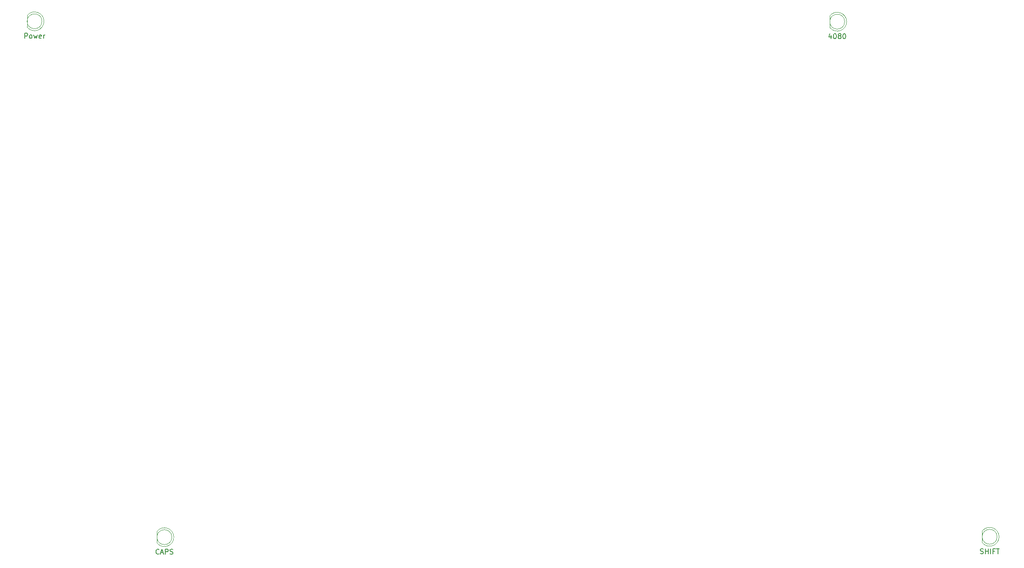
<source format=gbr>
G04 #@! TF.GenerationSoftware,KiCad,Pcbnew,7.0.1*
G04 #@! TF.CreationDate,2024-09-27T18:45:23-05:00*
G04 #@! TF.ProjectId,C128DKEYBOARD,43313238-444b-4455-9942-4f4152442e6b,3.3*
G04 #@! TF.SameCoordinates,Original*
G04 #@! TF.FileFunction,AssemblyDrawing,Top*
%FSLAX46Y46*%
G04 Gerber Fmt 4.6, Leading zero omitted, Abs format (unit mm)*
G04 Created by KiCad (PCBNEW 7.0.1) date 2024-09-27 18:45:23*
%MOMM*%
%LPD*%
G01*
G04 APERTURE LIST*
%ADD10C,0.150000*%
%ADD11C,0.100000*%
G04 APERTURE END LIST*
D10*
X89496561Y-245973580D02*
X89448942Y-246021200D01*
X89448942Y-246021200D02*
X89306085Y-246068819D01*
X89306085Y-246068819D02*
X89210847Y-246068819D01*
X89210847Y-246068819D02*
X89067990Y-246021200D01*
X89067990Y-246021200D02*
X88972752Y-245925961D01*
X88972752Y-245925961D02*
X88925133Y-245830723D01*
X88925133Y-245830723D02*
X88877514Y-245640247D01*
X88877514Y-245640247D02*
X88877514Y-245497390D01*
X88877514Y-245497390D02*
X88925133Y-245306914D01*
X88925133Y-245306914D02*
X88972752Y-245211676D01*
X88972752Y-245211676D02*
X89067990Y-245116438D01*
X89067990Y-245116438D02*
X89210847Y-245068819D01*
X89210847Y-245068819D02*
X89306085Y-245068819D01*
X89306085Y-245068819D02*
X89448942Y-245116438D01*
X89448942Y-245116438D02*
X89496561Y-245164057D01*
X89877514Y-245783104D02*
X90353704Y-245783104D01*
X89782276Y-246068819D02*
X90115609Y-245068819D01*
X90115609Y-245068819D02*
X90448942Y-246068819D01*
X90782276Y-246068819D02*
X90782276Y-245068819D01*
X90782276Y-245068819D02*
X91163228Y-245068819D01*
X91163228Y-245068819D02*
X91258466Y-245116438D01*
X91258466Y-245116438D02*
X91306085Y-245164057D01*
X91306085Y-245164057D02*
X91353704Y-245259295D01*
X91353704Y-245259295D02*
X91353704Y-245402152D01*
X91353704Y-245402152D02*
X91306085Y-245497390D01*
X91306085Y-245497390D02*
X91258466Y-245545009D01*
X91258466Y-245545009D02*
X91163228Y-245592628D01*
X91163228Y-245592628D02*
X90782276Y-245592628D01*
X91734657Y-246021200D02*
X91877514Y-246068819D01*
X91877514Y-246068819D02*
X92115609Y-246068819D01*
X92115609Y-246068819D02*
X92210847Y-246021200D01*
X92210847Y-246021200D02*
X92258466Y-245973580D01*
X92258466Y-245973580D02*
X92306085Y-245878342D01*
X92306085Y-245878342D02*
X92306085Y-245783104D01*
X92306085Y-245783104D02*
X92258466Y-245687866D01*
X92258466Y-245687866D02*
X92210847Y-245640247D01*
X92210847Y-245640247D02*
X92115609Y-245592628D01*
X92115609Y-245592628D02*
X91925133Y-245545009D01*
X91925133Y-245545009D02*
X91829895Y-245497390D01*
X91829895Y-245497390D02*
X91782276Y-245449771D01*
X91782276Y-245449771D02*
X91734657Y-245354533D01*
X91734657Y-245354533D02*
X91734657Y-245259295D01*
X91734657Y-245259295D02*
X91782276Y-245164057D01*
X91782276Y-245164057D02*
X91829895Y-245116438D01*
X91829895Y-245116438D02*
X91925133Y-245068819D01*
X91925133Y-245068819D02*
X92163228Y-245068819D01*
X92163228Y-245068819D02*
X92306085Y-245116438D01*
X62407809Y-141878019D02*
X62407809Y-140878019D01*
X62407809Y-140878019D02*
X62788761Y-140878019D01*
X62788761Y-140878019D02*
X62883999Y-140925638D01*
X62883999Y-140925638D02*
X62931618Y-140973257D01*
X62931618Y-140973257D02*
X62979237Y-141068495D01*
X62979237Y-141068495D02*
X62979237Y-141211352D01*
X62979237Y-141211352D02*
X62931618Y-141306590D01*
X62931618Y-141306590D02*
X62883999Y-141354209D01*
X62883999Y-141354209D02*
X62788761Y-141401828D01*
X62788761Y-141401828D02*
X62407809Y-141401828D01*
X63550666Y-141878019D02*
X63455428Y-141830400D01*
X63455428Y-141830400D02*
X63407809Y-141782780D01*
X63407809Y-141782780D02*
X63360190Y-141687542D01*
X63360190Y-141687542D02*
X63360190Y-141401828D01*
X63360190Y-141401828D02*
X63407809Y-141306590D01*
X63407809Y-141306590D02*
X63455428Y-141258971D01*
X63455428Y-141258971D02*
X63550666Y-141211352D01*
X63550666Y-141211352D02*
X63693523Y-141211352D01*
X63693523Y-141211352D02*
X63788761Y-141258971D01*
X63788761Y-141258971D02*
X63836380Y-141306590D01*
X63836380Y-141306590D02*
X63883999Y-141401828D01*
X63883999Y-141401828D02*
X63883999Y-141687542D01*
X63883999Y-141687542D02*
X63836380Y-141782780D01*
X63836380Y-141782780D02*
X63788761Y-141830400D01*
X63788761Y-141830400D02*
X63693523Y-141878019D01*
X63693523Y-141878019D02*
X63550666Y-141878019D01*
X64217333Y-141211352D02*
X64407809Y-141878019D01*
X64407809Y-141878019D02*
X64598285Y-141401828D01*
X64598285Y-141401828D02*
X64788761Y-141878019D01*
X64788761Y-141878019D02*
X64979237Y-141211352D01*
X65741142Y-141830400D02*
X65645904Y-141878019D01*
X65645904Y-141878019D02*
X65455428Y-141878019D01*
X65455428Y-141878019D02*
X65360190Y-141830400D01*
X65360190Y-141830400D02*
X65312571Y-141735161D01*
X65312571Y-141735161D02*
X65312571Y-141354209D01*
X65312571Y-141354209D02*
X65360190Y-141258971D01*
X65360190Y-141258971D02*
X65455428Y-141211352D01*
X65455428Y-141211352D02*
X65645904Y-141211352D01*
X65645904Y-141211352D02*
X65741142Y-141258971D01*
X65741142Y-141258971D02*
X65788761Y-141354209D01*
X65788761Y-141354209D02*
X65788761Y-141449447D01*
X65788761Y-141449447D02*
X65312571Y-141544685D01*
X66217333Y-141878019D02*
X66217333Y-141211352D01*
X66217333Y-141401828D02*
X66264952Y-141306590D01*
X66264952Y-141306590D02*
X66312571Y-141258971D01*
X66312571Y-141258971D02*
X66407809Y-141211352D01*
X66407809Y-141211352D02*
X66503047Y-141211352D01*
X255287457Y-245945000D02*
X255430314Y-245992619D01*
X255430314Y-245992619D02*
X255668409Y-245992619D01*
X255668409Y-245992619D02*
X255763647Y-245945000D01*
X255763647Y-245945000D02*
X255811266Y-245897380D01*
X255811266Y-245897380D02*
X255858885Y-245802142D01*
X255858885Y-245802142D02*
X255858885Y-245706904D01*
X255858885Y-245706904D02*
X255811266Y-245611666D01*
X255811266Y-245611666D02*
X255763647Y-245564047D01*
X255763647Y-245564047D02*
X255668409Y-245516428D01*
X255668409Y-245516428D02*
X255477933Y-245468809D01*
X255477933Y-245468809D02*
X255382695Y-245421190D01*
X255382695Y-245421190D02*
X255335076Y-245373571D01*
X255335076Y-245373571D02*
X255287457Y-245278333D01*
X255287457Y-245278333D02*
X255287457Y-245183095D01*
X255287457Y-245183095D02*
X255335076Y-245087857D01*
X255335076Y-245087857D02*
X255382695Y-245040238D01*
X255382695Y-245040238D02*
X255477933Y-244992619D01*
X255477933Y-244992619D02*
X255716028Y-244992619D01*
X255716028Y-244992619D02*
X255858885Y-245040238D01*
X256287457Y-245992619D02*
X256287457Y-244992619D01*
X256287457Y-245468809D02*
X256858885Y-245468809D01*
X256858885Y-245992619D02*
X256858885Y-244992619D01*
X257335076Y-245992619D02*
X257335076Y-244992619D01*
X258144599Y-245468809D02*
X257811266Y-245468809D01*
X257811266Y-245992619D02*
X257811266Y-244992619D01*
X257811266Y-244992619D02*
X258287456Y-244992619D01*
X258525552Y-244992619D02*
X259096980Y-244992619D01*
X258811266Y-245992619D02*
X258811266Y-244992619D01*
X225147104Y-141287552D02*
X225147104Y-141954219D01*
X224909009Y-140906600D02*
X224670914Y-141620885D01*
X224670914Y-141620885D02*
X225289961Y-141620885D01*
X225861390Y-140954219D02*
X225956628Y-140954219D01*
X225956628Y-140954219D02*
X226051866Y-141001838D01*
X226051866Y-141001838D02*
X226099485Y-141049457D01*
X226099485Y-141049457D02*
X226147104Y-141144695D01*
X226147104Y-141144695D02*
X226194723Y-141335171D01*
X226194723Y-141335171D02*
X226194723Y-141573266D01*
X226194723Y-141573266D02*
X226147104Y-141763742D01*
X226147104Y-141763742D02*
X226099485Y-141858980D01*
X226099485Y-141858980D02*
X226051866Y-141906600D01*
X226051866Y-141906600D02*
X225956628Y-141954219D01*
X225956628Y-141954219D02*
X225861390Y-141954219D01*
X225861390Y-141954219D02*
X225766152Y-141906600D01*
X225766152Y-141906600D02*
X225718533Y-141858980D01*
X225718533Y-141858980D02*
X225670914Y-141763742D01*
X225670914Y-141763742D02*
X225623295Y-141573266D01*
X225623295Y-141573266D02*
X225623295Y-141335171D01*
X225623295Y-141335171D02*
X225670914Y-141144695D01*
X225670914Y-141144695D02*
X225718533Y-141049457D01*
X225718533Y-141049457D02*
X225766152Y-141001838D01*
X225766152Y-141001838D02*
X225861390Y-140954219D01*
X226766152Y-141382790D02*
X226670914Y-141335171D01*
X226670914Y-141335171D02*
X226623295Y-141287552D01*
X226623295Y-141287552D02*
X226575676Y-141192314D01*
X226575676Y-141192314D02*
X226575676Y-141144695D01*
X226575676Y-141144695D02*
X226623295Y-141049457D01*
X226623295Y-141049457D02*
X226670914Y-141001838D01*
X226670914Y-141001838D02*
X226766152Y-140954219D01*
X226766152Y-140954219D02*
X226956628Y-140954219D01*
X226956628Y-140954219D02*
X227051866Y-141001838D01*
X227051866Y-141001838D02*
X227099485Y-141049457D01*
X227099485Y-141049457D02*
X227147104Y-141144695D01*
X227147104Y-141144695D02*
X227147104Y-141192314D01*
X227147104Y-141192314D02*
X227099485Y-141287552D01*
X227099485Y-141287552D02*
X227051866Y-141335171D01*
X227051866Y-141335171D02*
X226956628Y-141382790D01*
X226956628Y-141382790D02*
X226766152Y-141382790D01*
X226766152Y-141382790D02*
X226670914Y-141430409D01*
X226670914Y-141430409D02*
X226623295Y-141478028D01*
X226623295Y-141478028D02*
X226575676Y-141573266D01*
X226575676Y-141573266D02*
X226575676Y-141763742D01*
X226575676Y-141763742D02*
X226623295Y-141858980D01*
X226623295Y-141858980D02*
X226670914Y-141906600D01*
X226670914Y-141906600D02*
X226766152Y-141954219D01*
X226766152Y-141954219D02*
X226956628Y-141954219D01*
X226956628Y-141954219D02*
X227051866Y-141906600D01*
X227051866Y-141906600D02*
X227099485Y-141858980D01*
X227099485Y-141858980D02*
X227147104Y-141763742D01*
X227147104Y-141763742D02*
X227147104Y-141573266D01*
X227147104Y-141573266D02*
X227099485Y-141478028D01*
X227099485Y-141478028D02*
X227051866Y-141430409D01*
X227051866Y-141430409D02*
X226956628Y-141382790D01*
X227766152Y-140954219D02*
X227861390Y-140954219D01*
X227861390Y-140954219D02*
X227956628Y-141001838D01*
X227956628Y-141001838D02*
X228004247Y-141049457D01*
X228004247Y-141049457D02*
X228051866Y-141144695D01*
X228051866Y-141144695D02*
X228099485Y-141335171D01*
X228099485Y-141335171D02*
X228099485Y-141573266D01*
X228099485Y-141573266D02*
X228051866Y-141763742D01*
X228051866Y-141763742D02*
X228004247Y-141858980D01*
X228004247Y-141858980D02*
X227956628Y-141906600D01*
X227956628Y-141906600D02*
X227861390Y-141954219D01*
X227861390Y-141954219D02*
X227766152Y-141954219D01*
X227766152Y-141954219D02*
X227670914Y-141906600D01*
X227670914Y-141906600D02*
X227623295Y-141858980D01*
X227623295Y-141858980D02*
X227575676Y-141763742D01*
X227575676Y-141763742D02*
X227528057Y-141573266D01*
X227528057Y-141573266D02*
X227528057Y-141335171D01*
X227528057Y-141335171D02*
X227575676Y-141144695D01*
X227575676Y-141144695D02*
X227623295Y-141049457D01*
X227623295Y-141049457D02*
X227670914Y-141001838D01*
X227670914Y-141001838D02*
X227766152Y-140954219D01*
D11*
X89091800Y-241480010D02*
X89091800Y-243812390D01*
X89091246Y-243811675D02*
G75*
G03*
X89091801Y-241480010I1500554J1165475D01*
G01*
X92091800Y-242646200D02*
G75*
G03*
X92091800Y-242646200I-1500000J0D01*
G01*
X62884000Y-137289210D02*
X62884000Y-139621590D01*
X62883446Y-139620875D02*
G75*
G03*
X62884001Y-137289210I1500554J1165475D01*
G01*
X65884000Y-138455400D02*
G75*
G03*
X65884000Y-138455400I-1500000J0D01*
G01*
X255644600Y-241403810D02*
X255644600Y-243736190D01*
X255644046Y-243735475D02*
G75*
G03*
X255644601Y-241403810I1500554J1165475D01*
G01*
X258644600Y-242570000D02*
G75*
G03*
X258644600Y-242570000I-1500000J0D01*
G01*
X224885200Y-137365410D02*
X224885200Y-139697790D01*
X224884646Y-139697075D02*
G75*
G03*
X224885201Y-137365410I1500554J1165475D01*
G01*
X227885200Y-138531600D02*
G75*
G03*
X227885200Y-138531600I-1500000J0D01*
G01*
M02*

</source>
